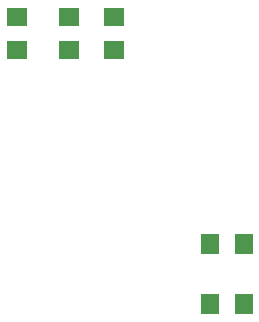
<source format=gbp>
G75*
%MOIN*%
%OFA0B0*%
%FSLAX24Y24*%
%IPPOS*%
%LPD*%
%AMOC8*
5,1,8,0,0,1.08239X$1,22.5*
%
%ADD10R,0.0630X0.0710*%
%ADD11R,0.0709X0.0630*%
%ADD12R,0.0710X0.0630*%
D10*
X014040Y002757D03*
X015160Y002757D03*
X015160Y004757D03*
X014040Y004757D03*
D11*
X010850Y011206D03*
X010850Y012308D03*
X009350Y012308D03*
X009350Y011206D03*
D12*
X007600Y011197D03*
X007600Y012317D03*
M02*

</source>
